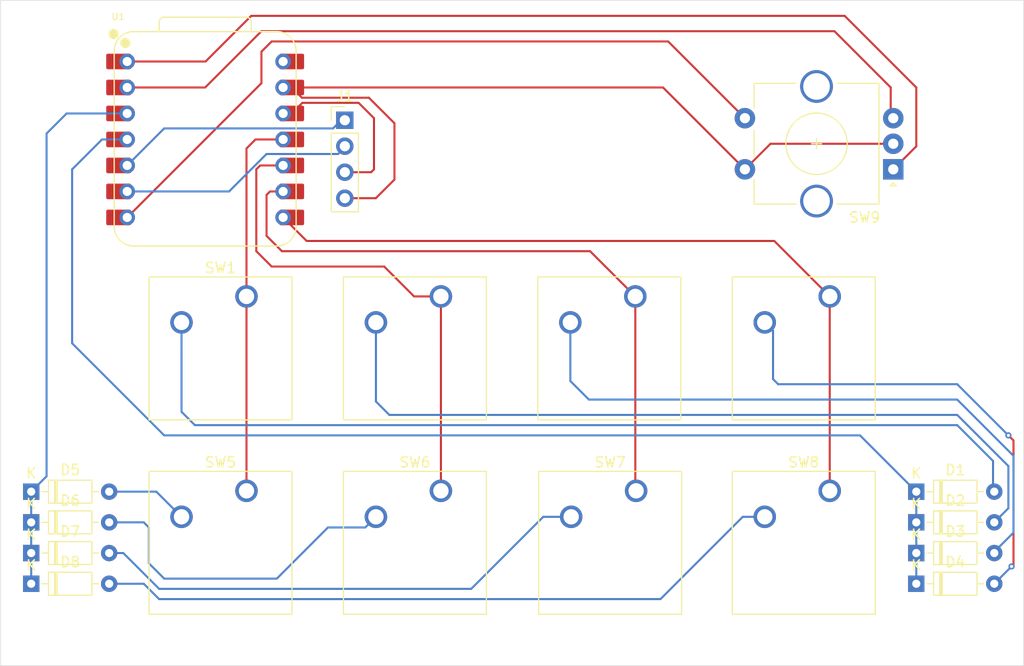
<source format=kicad_pcb>
(kicad_pcb (version 20240108) (generator "pcbnew") (generator_version "8.0")
  (layers (0 "F.Cu" signal) (31 "B.Cu" signal) (34 "B.Paste" user) (35 "F.Paste" user) (36 "B.SilkS" user "B.Silkscreen") (37 "F.SilkS" user "F.Silkscreen") (38 "B.Mask" user) (39 "F.Mask" user) (44 "Edge.Cuts" user))
  (net 0 "")
  (net 1 "Row 0")
  (net 2 "Net-(D1-A)")
  (net 3 "Net-(D2-A)")
  (net 4 "Net-(D3-A)")
  (net 5 "Net-(D4-A)")
  (net 6 "Net-(D5-A)")
  (net 7 "Row 1")
  (net 8 "Net-(D6-A)")
  (net 9 "Net-(D7-A)")
  (net 10 "Net-(D8-A)")
  (net 11 "Column 0")
  (net 12 "Column 1")
  (net 13 "Column 2")
  (net 14 "Column 3")
  (net 15 "enc switch")
  (net 16 "ENC B")
  (net 17 "ENC A")
  (net 18 "GND")
  (net 20 "SCL")
  (net 21 "SDA")
  (net 22 "3v3")
  (footprint "Button_Switch_Keyboard:SW_Cherry_MX_1.00u_PCB" (layer "F.Cu") (at 128.54 109.92)
    (property "Reference" "SW3" (hide yes))
    (property "Value" "SW_Push")
    (fp_line (start -9.525 -1.905) (end 4.445 -1.905) (stroke (width 0.12)) (layer "F.SilkS"))
    (fp_line (start -9.525 12.065) (end -9.525 -1.905) (stroke (width 0.12)) (layer "F.SilkS"))
    (fp_line (start 4.445 -1.905) (end 4.445 12.065) (stroke (width 0.12)) (layer "F.SilkS"))
    (fp_line (start 4.445 12.065) (end -9.525 12.065) (stroke (width 0.12)) (layer "F.SilkS"))
    (pad "" np_thru_hole circle (at -7.62 5.08) (size 1.7 1.7) (drill 1.7) (layers "*.Cu" "*.Mask"))
    (pad "" np_thru_hole circle (at -2.54 5.08) (size 4 4) (drill 4) (layers "*.Cu" "*.Mask"))
    (pad "" np_thru_hole circle (at 2.54 5.08) (size 1.7 1.7) (drill 1.7) (layers "*.Cu" "*.Mask"))
    (pad "1" thru_hole circle (at 0 0) (size 2.2 2.2) (drill 1.5) (layers "*.Cu" "*.Mask") (net 13 "Column 2"))
    (pad "2" thru_hole circle (at -6.35 2.54) (size 2.2 2.2) (drill 1.5) (layers "*.Cu" "*.Mask") (net 4 "Net-(D3-A)"))
  )
  (footprint "Diode_THT:D_DO-35_SOD27_P7.62mm_Horizontal" (layer "F.Cu") (at 69.5 138)
    (property "Reference" "D8" (at 3.81 -2.12 0) (layer "F.SilkS"))
    (property "Value" "1N4148")
    (fp_line (start 1.04 0) (end 1.69 0) (stroke (width 0.12)) (layer "F.SilkS"))
    (fp_line (start 1.69 -1.12) (end 1.69 1.12) (stroke (width 0.12)) (layer "F.SilkS"))
    (fp_line (start 1.69 1.12) (end 5.93 1.12) (stroke (width 0.12)) (layer "F.SilkS"))
    (fp_line (start 2.29 -1.12) (end 2.29 1.12) (stroke (width 0.12)) (layer "F.SilkS"))
    (fp_line (start 2.41 -1.12) (end 2.41 1.12) (stroke (width 0.12)) (layer "F.SilkS"))
    (fp_line (start 2.53 -1.12) (end 2.53 1.12) (stroke (width 0.12)) (layer "F.SilkS"))
    (fp_line (start 5.93 -1.12) (end 1.69 -1.12) (stroke (width 0.12)) (layer "F.SilkS"))
    (fp_line (start 5.93 1.12) (end 5.93 -1.12) (stroke (width 0.12)) (layer "F.SilkS"))
    (fp_line (start 6.58 0) (end 5.93 0) (stroke (width 0.12)) (layer "F.SilkS"))
    (fp_text user "K" (at 0 -1.8 0) (layer "F.SilkS"))
    (pad "1" thru_hole rect (at 0 0) (size 1.6 1.6) (drill 0.8) (layers "*.Cu" "*.Mask") (net 7 "Row 1"))
    (pad "2" thru_hole oval (at 7.62 0) (size 1.6 1.6) (drill 0.8) (layers "*.Cu" "*.Mask") (net 10 "Net-(D8-A)"))
  )
  (footprint "Rotary_Encoder:RotaryEncoder_Alps_EC11E-Switch_Vertical_H20mm_CircularMountingHoles" (layer "F.Cu") (at 153.75 97.5 180)
    (property "Reference" "SW9" (at 2.8 -4.7 0) (layer "F.SilkS"))
    (property "Value" "RotaryEncoder_Switch")
    (fp_line (start 13.6 8.4) (end 9.5 8.4) (stroke (width 0.12)) (layer "F.SilkS"))
    (fp_line (start 13.6 6) (end 13.6 8.4) (stroke (width 0.12)) (layer "F.SilkS"))
    (fp_line (start 13.6 1.2) (end 13.6 3.8) (stroke (width 0.12)) (layer "F.SilkS"))
    (fp_line (start 13.6 -3.4) (end 13.6 -1) (stroke (width 0.12)) (layer "F.SilkS"))
    (fp_line (start 9.5 -3.4) (end 13.6 -3.4) (stroke (width 0.12)) (layer "F.SilkS"))
    (fp_line (start 7.5 2) (end 7.5 3) (stroke (width 0.12)) (layer "F.SilkS"))
    (fp_line (start 7 2.5) (end 8 2.5) (stroke (width 0.12)) (layer "F.SilkS"))
    (fp_line (start 5.5 8.4) (end 1.4 8.4) (stroke (width 0.12)) (layer "F.SilkS"))
    (fp_line (start 5.5 -3.4) (end 1.4 -3.4) (stroke (width 0.12)) (layer "F.SilkS"))
    (fp_line (start 1.4 -3.4) (end 1.4 8.4) (stroke (width 0.12)) (layer "F.SilkS"))
    (fp_line (start 0.3 -1.6) (end 0 -1.3) (stroke (width 0.12)) (layer "F.SilkS"))
    (fp_line (start 0 -1.3) (end -0.3 -1.6) (stroke (width 0.12)) (layer "F.SilkS"))
    (fp_line (start -0.3 -1.6) (end 0.3 -1.6) (stroke (width 0.12)) (layer "F.SilkS"))
    (fp_circle (center 7.5 2.5) (end 10.5 2.5) (stroke (width 0.12)) (fill none) (layer "F.SilkS"))
    (pad "A" thru_hole rect (at 0 0 180) (size 2 2) (drill 1) (layers "*.Cu" "*.Mask") (net 17 "ENC A"))
    (pad "B" thru_hole circle (at 0 5 180) (size 2 2) (drill 1) (layers "*.Cu" "*.Mask") (net 16 "ENC B"))
    (pad "C" thru_hole circle (at 0 2.5 180) (size 2 2) (drill 1) (layers "*.Cu" "*.Mask") (net 18 "GND"))
    (pad "MP" thru_hole circle (at 7.5 -3.1 180) (size 3.2 3.2) (drill 2.6) (layers "*.Cu" "*.Mask"))
    (pad "MP" thru_hole circle (at 7.5 8.1 180) (size 3.2 3.2) (drill 2.6) (layers "*.Cu" "*.Mask"))
    (pad "S1" thru_hole circle (at 14.5 5 180) (size 2 2) (drill 1) (layers "*.Cu" "*.Mask") (net 15 "enc switch"))
    (pad "S2" thru_hole circle (at 14.5 0 180) (size 2 2) (drill 1) (layers "*.Cu" "*.Mask") (net 18 "GND"))
  )
  (footprint "Button_Switch_Keyboard:SW_Cherry_MX_1.00u_PCB" (layer "F.Cu") (at 147.54 128.92)
    (property "Reference" "SW8" (at -2.54 -2.794 0) (layer "F.SilkS"))
    (property "Value" "SW_Push")
    (fp_line (start -9.525 -1.905) (end 4.445 -1.905) (stroke (width 0.12)) (layer "F.SilkS"))
    (fp_line (start -9.525 12.065) (end -9.525 -1.905) (stroke (width 0.12)) (layer "F.SilkS"))
    (fp_line (start 4.445 -1.905) (end 4.445 12.065) (stroke (width 0.12)) (layer "F.SilkS"))
    (fp_line (start 4.445 12.065) (end -9.525 12.065) (stroke (width 0.12)) (layer "F.SilkS"))
    (pad "" np_thru_hole circle (at -7.62 5.08) (size 1.7 1.7) (drill 1.7) (layers "*.Cu" "*.Mask"))
    (pad "" np_thru_hole circle (at -2.54 5.08) (size 4 4) (drill 4) (layers "*.Cu" "*.Mask"))
    (pad "" np_thru_hole circle (at 2.54 5.08) (size 1.7 1.7) (drill 1.7) (layers "*.Cu" "*.Mask"))
    (pad "1" thru_hole circle (at 0 0) (size 2.2 2.2) (drill 1.5) (layers "*.Cu" "*.Mask") (net 14 "Column 3"))
    (pad "2" thru_hole circle (at -6.35 2.54) (size 2.2 2.2) (drill 1.5) (layers "*.Cu" "*.Mask") (net 10 "Net-(D8-A)"))
  )
  (footprint "Diode_THT:D_DO-35_SOD27_P7.62mm_Horizontal" (layer "F.Cu") (at 156 138)
    (property "Reference" "D4" (at 3.81 -2.12 0) (layer "F.SilkS"))
    (property "Value" "1N4148")
    (fp_line (start 1.04 0) (end 1.69 0) (stroke (width 0.12)) (layer "F.SilkS"))
    (fp_line (start 1.69 -1.12) (end 1.69 1.12) (stroke (width 0.12)) (layer "F.SilkS"))
    (fp_line (start 1.69 1.12) (end 5.93 1.12) (stroke (width 0.12)) (layer "F.SilkS"))
    (fp_line (start 2.29 -1.12) (end 2.29 1.12) (stroke (width 0.12)) (layer "F.SilkS"))
    (fp_line (start 2.41 -1.12) (end 2.41 1.12) (stroke (width 0.12)) (layer "F.SilkS"))
    (fp_line (start 2.53 -1.12) (end 2.53 1.12) (stroke (width 0.12)) (layer "F.SilkS"))
    (fp_line (start 5.93 -1.12) (end 1.69 -1.12) (stroke (width 0.12)) (layer "F.SilkS"))
    (fp_line (start 5.93 1.12) (end 5.93 -1.12) (stroke (width 0.12)) (layer "F.SilkS"))
    (fp_line (start 6.58 0) (end 5.93 0) (stroke (width 0.12)) (layer "F.SilkS"))
    (fp_text user "K" (at 0 -1.8 0) (layer "F.SilkS"))
    (pad "1" thru_hole rect (at 0 0) (size 1.6 1.6) (drill 0.8) (layers "*.Cu" "*.Mask") (net 1 "Row 0"))
    (pad "2" thru_hole oval (at 7.62 0) (size 1.6 1.6) (drill 0.8) (layers "*.Cu" "*.Mask") (net 5 "Net-(D4-A)"))
  )
  (footprint "Button_Switch_Keyboard:SW_Cherry_MX_1.00u_PCB" (layer "F.Cu") (at 147.54 109.92)
    (property "Reference" "SW4" (hide yes))
    (property "Value" "SW_Push")
    (fp_line (start -9.525 -1.905) (end 4.445 -1.905) (stroke (width 0.12)) (layer "F.SilkS"))
    (fp_line (start -9.525 12.065) (end -9.525 -1.905) (stroke (width 0.12)) (layer "F.SilkS"))
    (fp_line (start 4.445 -1.905) (end 4.445 12.065) (stroke (width 0.12)) (layer "F.SilkS"))
    (fp_line (start 4.445 12.065) (end -9.525 12.065) (stroke (width 0.12)) (layer "F.SilkS"))
    (pad "" np_thru_hole circle (at -7.62 5.08) (size 1.7 1.7) (drill 1.7) (layers "*.Cu" "*.Mask"))
    (pad "" np_thru_hole circle (at -2.54 5.08) (size 4 4) (drill 4) (layers "*.Cu" "*.Mask"))
    (pad "" np_thru_hole circle (at 2.54 5.08) (size 1.7 1.7) (drill 1.7) (layers "*.Cu" "*.Mask"))
    (pad "1" thru_hole circle (at 0 0) (size 2.2 2.2) (drill 1.5) (layers "*.Cu" "*.Mask") (net 14 "Column 3"))
    (pad "2" thru_hole circle (at -6.35 2.54) (size 2.2 2.2) (drill 1.5) (layers "*.Cu" "*.Mask") (net 5 "Net-(D4-A)"))
  )
  (footprint "Seeed Studio XIAO Series Library:XIAO-RP2040-DIP" (layer "F.Cu") (at 86.5 94.58)
    (property "Reference" "U1" (at -8.5 -12 0) (layer "F.SilkS") (effects (font (size 0.635 0.635) (thickness 0.1016))))
    (property "Value" "Seeed Studio XIAO SAMD21")
    (fp_line (start -8.89 8.509) (end -8.89 -8.636) (stroke (width 0.127)) (layer "F.SilkS"))
    (fp_line (start -6.985 10.414) (end 6.985 10.414) (stroke (width 0.127)) (layer "F.SilkS"))
    (fp_line (start -4.495 -10.541) (end -4.491272 -11.451272) (stroke (width 0.127)) (layer "F.SilkS"))
    (fp_line (start -3.991272 -11.951) (end 4.004 -11.951) (stroke (width 0.127)) (layer "F.SilkS"))
    (fp_line (start 4.504 -11.451) (end 4.504 -10.541) (stroke (width 0.127)) (layer "F.SilkS"))
    (fp_line (start 6.985 -10.541) (end -6.985 -10.541) (stroke (width 0.1)) (layer "F.SilkS"))
    (fp_line (start 6.985 -10.541) (end -6.985 -10.541) (stroke (width 0.127)) (layer "F.SilkS"))
    (fp_line (start 8.89 8.509) (end 8.89 -8.636) (stroke (width 0.127)) (layer "F.SilkS"))
    (fp_arc (start -8.89 -8.636) (mid -8.332038 -9.983038) (end -6.985 -10.541) (stroke (width 0.127)) (layer "F.SilkS"))
    (fp_arc (start -6.985 10.414) (mid -8.332038 9.856038) (end -8.89 8.509) (stroke (width 0.127)) (layer "F.SilkS"))
    (fp_arc (start -4.491272 -11.451272) (mid -4.344724 -11.804644) (end -3.991272 -11.951) (stroke (width 0.127)) (layer "F.SilkS"))
    (fp_arc (start 4.004 -11.951) (mid 4.357553 -11.804553) (end 4.504 -11.451) (stroke (width 0.127)) (layer "F.SilkS"))
    (fp_arc (start 6.985 -10.541) (mid 8.332038 -9.983038) (end 8.89 -8.636) (stroke (width 0.127)) (layer "F.SilkS"))
    (fp_arc (start 8.89 8.509) (mid 8.332038 9.856038) (end 6.985 10.414) (stroke (width 0.127)) (layer "F.SilkS"))
    (fp_circle (center -8.95 -10.3) (end -8.95 -10.554) (stroke (width 0.5)) (fill solid) (layer "F.SilkS"))
    (fp_circle (center -7.807 -9.42) (end -7.807 -9.674) (stroke (width 0.5)) (fill solid) (layer "F.SilkS"))
    (pad "1" smd roundrect (at -8.455 -7.62 180) (size 2.432 1.524) (layers "F.Cu" "F.Mask") (roundrect_rratio 0.1) (net 17 "ENC A"))
    (pad "1" thru_hole circle (at -7.62 -7.62 180) (size 1.524 1.524) (drill 0.889) (layers "*.Cu" "*.Mask") (net 17 "ENC A"))
    (pad "2" smd roundrect (at -8.455 -5.08 180) (size 2.432 1.524) (layers "F.Cu" "F.Mask") (roundrect_rratio 0.1) (net 16 "ENC B"))
    (pad "2" thru_hole circle (at -7.62 -5.08 180) (size 1.524 1.524) (drill 0.889) (layers "*.Cu" "*.Mask") (net 16 "ENC B"))
    (pad "3" smd roundrect (at -8.455 -2.54 180) (size 2.432 1.524) (layers "F.Cu" "F.Mask") (roundrect_rratio 0.1) (net 7 "Row 1"))
    (pad "3" thru_hole circle (at -7.62 -2.54 180) (size 1.524 1.524) (drill 0.889) (layers "*.Cu" "*.Mask") (net 7 "Row 1"))
    (pad "4" smd roundrect (at -8.455 0 180) (size 2.432 1.524) (layers "F.Cu" "F.Mask") (roundrect_rratio 0.1) (net 1 "Row 0"))
    (pad "4" thru_hole circle (at -7.62 0 180) (size 1.524 1.524) (drill 0.889) (layers "*.Cu" "*.Mask") (net 1 "Row 0"))
    (pad "5" smd roundrect (at -8.455 2.54 180) (size 2.432 1.524) (layers "F.Cu" "F.Mask") (roundrect_rratio 0.1) (net 21 "SDA"))
    (pad "5" thru_hole circle (at -7.62 2.54 180) (size 1.524 1.524) (drill 0.889) (layers "*.Cu" "*.Mask") (net 21 "SDA"))
    (pad "6" smd roundrect (at -8.455 5.08 180) (size 2.432 1.524) (layers "F.Cu" "F.Mask") (roundrect_rratio 0.1) (net 20 "SCL"))
    (pad "6" thru_hole circle (at -7.62 5.08 180) (size 1.524 1.524) (drill 0.889) (layers "*.Cu" "*.Mask") (net 20 "SCL"))
    (pad "7" smd roundrect (at -8.455 7.62 180) (size 2.432 1.524) (layers "F.Cu" "F.Mask") (roundrect_rratio 0.1) (net 15 "enc switch"))
    (pad "7" thru_hole circle (at -7.62 7.62 180) (size 1.524 1.524) (drill 0.889) (layers "*.Cu" "*.Mask") (net 15 "enc switch"))
    (pad "8" thru_hole circle (at 7.62 7.62) (size 1.524 1.524) (drill 0.889) (layers "*.Cu" "*.Mask") (net 14 "Column 3"))
    (pad "8" smd roundrect (at 8.455 7.62) (size 2.432 1.524) (layers "F.Cu" "F.Mask") (roundrect_rratio 0.1) (net 14 "Column 3"))
    (pad "9" thru_hole circle (at 7.62 5.08) (size 1.524 1.524) (drill 0.889) (layers "*.Cu" "*.Mask") (net 13 "Column 2"))
    (pad "9" smd roundrect (at 8.455 5.08) (size 2.432 1.524) (layers "F.Cu" "F.Mask") (roundrect_rratio 0.1) (net 13 "Column 2"))
    (pad "10" thru_hole circle (at 7.62 2.54) (size 1.524 1.524) (drill 0.889) (layers "*.Cu" "*.Mask") (net 12 "Column 1"))
    (pad "10" smd roundrect (at 8.455 2.54) (size 2.432 1.524) (layers "F.Cu" "F.Mask") (roundrect_rratio 0.1) (net 12 "Column 1"))
    (pad "11" thru_hole circle (at 7.62 0) (size 1.524 1.524) (drill 0.889) (layers "*.Cu" "*.Mask") (net 11 "Column 0"))
    (pad "11" smd roundrect (at 8.455 0) (size 2.432 1.524) (layers "F.Cu" "F.Mask") (roundrect_rratio 0.1) (net 11 "Column 0"))
    (pad "12" thru_hole circle (at 7.62 -2.54) (size 1.524 1.524) (drill 0.889) (layers "*.Cu" "*.Mask") (net 22 "3v3"))
    (pad "12" smd roundrect (at 8.455 -2.54) (size 2.432 1.524) (layers "F.Cu" "F.Mask") (roundrect_rratio 0.1) (net 22 "3v3"))
    (pad "13" thru_hole circle (at 7.62 -5.08) (size 1.524 1.524) (drill 0.889) (layers "*.Cu" "*.Mask") (net 18 "GND"))
    (pad "13" smd roundrect (at 8.455 -5.08) (size 2.432 1.524) (layers "F.Cu" "F.Mask") (roundrect_rratio 0.1) (net 18 "GND"))
    (pad "14" thru_hole circle (at 7.62 -7.62) (size 1.524 1.524) (drill 0.889) (layers "*.Cu" "*.Mask"))
    (pad "14" smd roundrect (at 8.455 -7.62) (size 2.432 1.524) (layers "F.Cu" "F.Mask") (roundrect_rratio 0.1))
  )
  (footprint "Button_Switch_Keyboard:SW_Cherry_MX_1.00u_PCB" (layer "F.Cu") (at 109.54 128.92)
    (property "Reference" "SW6" (at -2.54 -2.794 0) (layer "F.SilkS"))
    (property "Value" "SW_Push")
    (fp_line (start -9.525 -1.905) (end 4.445 -1.905) (stroke (width 0.12)) (layer "F.SilkS"))
    (fp_line (start -9.525 12.065) (end -9.525 -1.905) (stroke (width 0.12)) (layer "F.SilkS"))
    (fp_line (start 4.445 -1.905) (end 4.445 12.065) (stroke (width 0.12)) (layer "F.SilkS"))
    (fp_line (start 4.445 12.065) (end -9.525 12.065) (stroke (width 0.12)) (layer "F.SilkS"))
    (pad "" np_thru_hole circle (at -7.62 5.08) (size 1.7 1.7) (drill 1.7) (layers "*.Cu" "*.Mask"))
    (pad "" np_thru_hole circle (at -2.54 5.08) (size 4 4) (drill 4) (layers "*.Cu" "*.Mask"))
    (pad "" np_thru_hole circle (at 2.54 5.08) (size 1.7 1.7) (drill 1.7) (layers "*.Cu" "*.Mask"))
    (pad "1" thru_hole circle (at 0 0) (size 2.2 2.2) (drill 1.5) (layers "*.Cu" "*.Mask") (net 12 "Column 1"))
    (pad "2" thru_hole circle (at -6.35 2.54) (size 2.2 2.2) (drill 1.5) (layers "*.Cu" "*.Mask") (net 8 "Net-(D6-A)"))
  )
  (footprint "Diode_THT:D_DO-35_SOD27_P7.62mm_Horizontal" (layer "F.Cu") (at 156 129)
    (property "Reference" "D1" (at 3.81 -2.12 0) (layer "F.SilkS"))
    (property "Value" "1N4148")
    (fp_line (start 1.04 0) (end 1.69 0) (stroke (width 0.12)) (layer "F.SilkS"))
    (fp_line (start 1.69 -1.12) (end 1.69 1.12) (stroke (width 0.12)) (layer "F.SilkS"))
    (fp_line (start 1.69 1.12) (end 5.93 1.12) (stroke (width 0.12)) (layer "F.SilkS"))
    (fp_line (start 2.29 -1.12) (end 2.29 1.12) (stroke (width 0.12)) (layer "F.SilkS"))
    (fp_line (start 2.41 -1.12) (end 2.41 1.12) (stroke (width 0.12)) (layer "F.SilkS"))
    (fp_line (start 2.53 -1.12) (end 2.53 1.12) (stroke (width 0.12)) (layer "F.SilkS"))
    (fp_line (start 5.93 -1.12) (end 1.69 -1.12) (stroke (width 0.12)) (layer "F.SilkS"))
    (fp_line (start 5.93 1.12) (end 5.93 -1.12) (stroke (width 0.12)) (layer "F.SilkS"))
    (fp_line (start 6.58 0) (end 5.93 0) (stroke (width 0.12)) (layer "F.SilkS"))
    (fp_text user "K" (at 0 -1.8 0) (layer "F.SilkS"))
    (pad "1" thru_hole rect (at 0 0) (size 1.6 1.6) (drill 0.8) (layers "*.Cu" "*.Mask") (net 1 "Row 0"))
    (pad "2" thru_hole oval (at 7.62 0) (size 1.6 1.6) (drill 0.8) (layers "*.Cu" "*.Mask") (net 2 "Net-(D1-A)"))
  )
  (footprint "Diode_THT:D_DO-35_SOD27_P7.62mm_Horizontal" (layer "F.Cu") (at 69.5 135)
    (property "Reference" "D7" (at 3.81 -2.12 0) (layer "F.SilkS"))
    (property "Value" "1N4148")
    (fp_line (start 1.04 0) (end 1.69 0) (stroke (width 0.12)) (layer "F.SilkS"))
    (fp_line (start 1.69 -1.12) (end 1.69 1.12) (stroke (width 0.12)) (layer "F.SilkS"))
    (fp_line (start 1.69 1.12) (end 5.93 1.12) (stroke (width 0.12)) (layer "F.SilkS"))
    (fp_line (start 2.29 -1.12) (end 2.29 1.12) (stroke (width 0.12)) (layer "F.SilkS"))
    (fp_line (start 2.41 -1.12) (end 2.41 1.12) (stroke (width 0.12)) (layer "F.SilkS"))
    (fp_line (start 2.53 -1.12) (end 2.53 1.12) (stroke (width 0.12)) (layer "F.SilkS"))
    (fp_line (start 5.93 -1.12) (end 1.69 -1.12) (stroke (width 0.12)) (layer "F.SilkS"))
    (fp_line (start 5.93 1.12) (end 5.93 -1.12) (stroke (width 0.12)) (layer "F.SilkS"))
    (fp_line (start 6.58 0) (end 5.93 0) (stroke (width 0.12)) (layer "F.SilkS"))
    (fp_text user "K" (at 0 -1.8 0) (layer "F.SilkS"))
    (pad "1" thru_hole rect (at 0 0) (size 1.6 1.6) (drill 0.8) (layers "*.Cu" "*.Mask") (net 7 "Row 1"))
    (pad "2" thru_hole oval (at 7.62 0) (size 1.6 1.6) (drill 0.8) (layers "*.Cu" "*.Mask") (net 9 "Net-(D7-A)"))
  )
  (footprint "custom:oled screen 128x32" (layer "F.Cu") (at 100.15 92.7)
    (property "Reference" "J1" (at 0 -2.33 0) (layer "F.SilkS"))
    (property "Value" "OLED_screen_-_128x32")
    (fp_line (start -1.33 -1.33) (end 0 -1.33) (stroke (width 0.12)) (layer "F.SilkS"))
    (fp_line (start -1.33 0) (end -1.33 -1.33) (stroke (width 0.12)) (layer "F.SilkS"))
    (fp_line (start -1.33 1.27) (end -1.33 8.95) (stroke (width 0.12)) (layer "F.SilkS"))
    (fp_line (start -1.33 1.27) (end 1.33 1.27) (stroke (width 0.12)) (layer "F.SilkS"))
    (fp_line (start -1.33 8.95) (end 1.33 8.95) (stroke (width 0.12)) (layer "F.SilkS"))
    (fp_line (start 1.33 1.27) (end 1.33 8.95) (stroke (width 0.12)) (layer "F.SilkS"))
    (pad "1" thru_hole rect (at 0 0) (size 1.7 1.7) (drill 1) (layers "*.Cu" "*.Mask"))
    (pad "2" thru_hole oval (at 0 2.54) (size 1.7 1.7) (drill 1) (layers "*.Cu" "*.Mask"))
    (pad "3" thru_hole oval (at 0 5.08) (size 1.7 1.7) (drill 1) (layers "*.Cu" "*.Mask"))
    (pad "4" thru_hole oval (at 0 7.62) (size 1.7 1.7) (drill 1) (layers "*.Cu" "*.Mask"))
  )
  (footprint "Button_Switch_Keyboard:SW_Cherry_MX_1.00u_PCB" (layer "F.Cu") (at 109.54 109.92)
    (property "Reference" "SW2" (hide yes))
    (property "Value" "SW_Push")
    (fp_line (start -9.525 -1.905) (end 4.445 -1.905) (stroke (width 0.12)) (layer "F.SilkS"))
    (fp_line (start -9.525 12.065) (end -9.525 -1.905) (stroke (width 0.12)) (layer "F.SilkS"))
    (fp_line (start 4.445 -1.905) (end 4.445 12.065) (stroke (width 0.12)) (layer "F.SilkS"))
    (fp_line (start 4.445 12.065) (end -9.525 12.065) (stroke (width 0.12)) (layer "F.SilkS"))
    (pad "" np_thru_hole circle (at -7.62 5.08) (size 1.7 1.7) (drill 1.7) (layers "*.Cu" "*.Mask"))
    (pad "" np_thru_hole circle (at -2.54 5.08) (size 4 4) (drill 4) (layers "*.Cu" "*.Mask"))
    (pad "" np_thru_hole circle (at 2.54 5.08) (size 1.7 1.7) (drill 1.7) (layers "*.Cu" "*.Mask"))
    (pad "1" thru_hole circle (at 0 0) (size 2.2 2.2) (drill 1.5) (layers "*.Cu" "*.Mask") (net 12 "Column 1"))
    (pad "2" thru_hole circle (at -6.35 2.54) (size 2.2 2.2) (drill 1.5) (layers "*.Cu" "*.Mask") (net 3 "Net-(D2-A)"))
  )
  (footprint "Button_Switch_Keyboard:SW_Cherry_MX_1.00u_PCB" (layer "F.Cu") (at 90.54 109.92)
    (property "Reference" "SW1" (at -2.54 -2.794 0) (layer "F.SilkS"))
    (property "Value" "SW_Push")
    (fp_line (start -9.525 -1.905) (end 4.445 -1.905) (stroke (width 0.12)) (layer "F.SilkS"))
    (fp_line (start -9.525 12.065) (end -9.525 -1.905) (stroke (width 0.12)) (layer "F.SilkS"))
    (fp_line (start 4.445 -1.905) (end 4.445 12.065) (stroke (width 0.12)) (layer "F.SilkS"))
    (fp_line (start 4.445 12.065) (end -9.525 12.065) (stroke (width 0.12)) (layer "F.SilkS"))
    (pad "" np_thru_hole circle (at -7.62 5.08) (size 1.7 1.7) (drill 1.7) (layers "*.Cu" "*.Mask"))
    (pad "" np_thru_hole circle (at -2.54 5.08) (size 4 4) (drill 4) (layers "*.Cu" "*.Mask"))
    (pad "" np_thru_hole circle (at 2.54 5.08) (size 1.7 1.7) (drill 1.7) (layers "*.Cu" "*.Mask"))
    (pad "1" thru_hole circle (at 0 0) (size 2.2 2.2) (drill 1.5) (layers "*.Cu" "*.Mask") (net 11 "Column 0"))
    (pad "2" thru_hole circle (at -6.35 2.54) (size 2.2 2.2) (drill 1.5) (layers "*.Cu" "*.Mask") (net 2 "Net-(D1-A)"))
  )
  (footprint "Diode_THT:D_DO-35_SOD27_P7.62mm_Horizontal" (layer "F.Cu") (at 156 132)
    (property "Reference" "D2" (at 3.81 -2.12 0) (layer "F.SilkS"))
    (property "Value" "1N4148")
    (fp_line (start 1.04 0) (end 1.69 0) (stroke (width 0.12)) (layer "F.SilkS"))
    (fp_line (start 1.69 -1.12) (end 1.69 1.12) (stroke (width 0.12)) (layer "F.SilkS"))
    (fp_line (start 1.69 1.12) (end 5.93 1.12) (stroke (width 0.12)) (layer "F.SilkS"))
    (fp_line (start 2.29 -1.12) (end 2.29 1.12) (stroke (width 0.12)) (layer "F.SilkS"))
    (fp_line (start 2.41 -1.12) (end 2.41 1.12) (stroke (width 0.12)) (layer "F.SilkS"))
    (fp_line (start 2.53 -1.12) (end 2.53 1.12) (stroke (width 0.12)) (layer "F.SilkS"))
    (fp_line (start 5.93 -1.12) (end 1.69 -1.12) (stroke (width 0.12)) (layer "F.SilkS"))
    (fp_line (start 5.93 1.12) (end 5.93 -1.12) (stroke (width 0.12)) (layer "F.SilkS"))
    (fp_line (start 6.58 0) (end 5.93 0) (stroke (width 0.12)) (layer "F.SilkS"))
    (fp_text user "K" (at 0 -1.8 0) (layer "F.SilkS"))
    (pad "1" thru_hole rect (at 0 0) (size 1.6 1.6) (drill 0.8) (layers "*.Cu" "*.Mask") (net 1 "Row 0"))
    (pad "2" thru_hole oval (at 7.62 0) (size 1.6 1.6) (drill 0.8) (layers "*.Cu" "*.Mask") (net 3 "Net-(D2-A)"))
  )
  (footprint "Diode_THT:D_DO-35_SOD27_P7.62mm_Horizontal" (layer "F.Cu") (at 156 135)
    (property "Reference" "D3" (at 3.81 -2.12 0) (layer "F.SilkS"))
    (property "Value" "1N4148")
    (fp_line (start 1.04 0) (end 1.69 0) (stroke (width 0.12)) (layer "F.SilkS"))
    (fp_line (start 1.69 -1.12) (end 1.69 1.12) (stroke (width 0.12)) (layer "F.SilkS"))
    (fp_line (start 1.69 1.12) (end 5.93 1.12) (stroke (width 0.12)) (layer "F.SilkS"))
    (fp_line (start 2.29 -1.12) (end 2.29 1.12) (stroke (width 0.12)) (layer "F.SilkS"))
    (fp_line (start 2.41 -1.12) (end 2.41 1.12) (stroke (width 0.12)) (layer "F.SilkS"))
    (fp_line (start 2.53 -1.12) (end 2.53 1.12) (stroke (width 0.12)) (layer "F.SilkS"))
    (fp_line (start 5.93 -1.12) (end 1.69 -1.12) (stroke (width 0.12)) (layer "F.SilkS"))
    (fp_line (start 5.93 1.12) (end 5.93 -1.12) (stroke (width 0.12)) (layer "F.SilkS"))
    (fp_line (start 6.58 0) (end 5.93 0) (stroke (width 0.12)) (layer "F.SilkS"))
    (fp_text user "K" (at 0 -1.8 0) (layer "F.SilkS"))
    (pad "1" thru_hole rect (at 0 0) (size 1.6 1.6) (drill 0.8) (layers "*.Cu" "*.Mask") (net 1 "Row 0"))
    (pad "2" thru_hole oval (at 7.62 0) (size 1.6 1.6) (drill 0.8) (layers "*.Cu" "*.Mask") (net 4 "Net-(D3-A)"))
  )
  (footprint "Button_Switch_Keyboard:SW_Cherry_MX_1.00u_PCB" (layer "F.Cu") (at 90.54 128.92)
    (property "Reference" "SW5" (at -2.54 -2.794 0) (layer "F.SilkS"))
    (property "Value" "SW_Push")
    (fp_line (start -9.525 -1.905) (end 4.445 -1.905) (stroke (width 0.12)) (layer "F.SilkS"))
    (fp_line (start -9.525 12.065) (end -9.525 -1.905) (stroke (width 0.12)) (layer "F.SilkS"))
    (fp_line (start 4.445 -1.905) (end 4.445 12.065) (stroke (width 0.12)) (layer "F.SilkS"))
    (fp_line (start 4.445 12.065) (end -9.525 12.065) (stroke (width 0.12)) (layer "F.SilkS"))
    (pad "" np_thru_hole circle (at -7.62 5.08) (size 1.7 1.7) (drill 1.7) (layers "*.Cu" "*.Mask"))
    (pad "" np_thru_hole circle (at -2.54 5.08) (size 4 4) (drill 4) (layers "*.Cu" "*.Mask"))
    (pad "" np_thru_hole circle (at 2.54 5.08) (size 1.7 1.7) (drill 1.7) (layers "*.Cu" "*.Mask"))
    (pad "1" thru_hole circle (at 0 0) (size 2.2 2.2) (drill 1.5) (layers "*.Cu" "*.Mask") (net 11 "Column 0"))
    (pad "2" thru_hole circle (at -6.35 2.54) (size 2.2 2.2) (drill 1.5) (layers "*.Cu" "*.Mask") (net 6 "Net-(D5-A)"))
  )
  (footprint "Diode_THT:D_DO-35_SOD27_P7.62mm_Horizontal" (layer "F.Cu") (at 69.5 132)
    (property "Reference" "D6" (at 3.81 -2.12 0) (layer "F.SilkS"))
    (property "Value" "1N4148")
    (fp_line (start 1.04 0) (end 1.69 0) (stroke (width 0.12)) (layer "F.SilkS"))
    (fp_line (start 1.69 -1.12) (end 1.69 1.12) (stroke (width 0.12)) (layer "F.SilkS"))
    (fp_line (start 1.69 1.12) (end 5.93 1.12) (stroke (width 0.12)) (layer "F.SilkS"))
    (fp_line (start 2.29 -1.12) (end 2.29 1.12) (stroke (width 0.12)) (layer "F.SilkS"))
    (fp_line (start 2.41 -1.12) (end 2.41 1.12) (stroke (width 0.12)) (layer "F.SilkS"))
    (fp_line (start 2.53 -1.12) (end 2.53 1.12) (stroke (width 0.12)) (layer "F.SilkS"))
    (fp_line (start 5.93 -1.12) (end 1.69 -1.12) (stroke (width 0.12)) (layer "F.SilkS"))
    (fp_line (start 5.93 1.12) (end 5.93 -1.12) (stroke (width 0.12)) (layer "F.SilkS"))
    (fp_line (start 6.58 0) (end 5.93 0) (stroke (width 0.12)) (layer "F.SilkS"))
    (fp_text user "K" (at 0 -1.8 0) (layer "F.SilkS"))
    (pad "1" thru_hole rect (at 0 0) (size 1.6 1.6) (drill 0.8) (layers "*.Cu" "*.Mask") (net 7 "Row 1"))
    (pad "2" thru_hole oval (at 7.62 0) (size 1.6 1.6) (drill 0.8) (layers "*.Cu" "*.Mask") (net 8 "Net-(D6-A)"))
  )
  (footprint "Diode_THT:D_DO-35_SOD27_P7.62mm_Horizontal" (layer "F.Cu") (at 69.5 129)
    (property "Reference" "D5" (at 3.81 -2.12 0) (layer "F.SilkS"))
    (property "Value" "1N4148")
    (fp_line (start 1.04 0) (end 1.69 0) (stroke (width 0.12)) (layer "F.SilkS"))
    (fp_line (start 1.69 -1.12) (end 1.69 1.12) (stroke (width 0.12)) (layer "F.SilkS"))
    (fp_line (start 1.69 1.12) (end 5.93 1.12) (stroke (width 0.12)) (layer "F.SilkS"))
    (fp_line (start 2.29 -1.12) (end 2.29 1.12) (stroke (width 0.12)) (layer "F.SilkS"))
    (fp_line (start 2.41 -1.12) (end 2.41 1.12) (stroke (width 0.12)) (layer "F.SilkS"))
    (fp_line (start 2.53 -1.12) (end 2.53 1.12) (stroke (width 0.12)) (layer "F.SilkS"))
    (fp_line (start 5.93 -1.12) (end 1.69 -1.12) (stroke (width 0.12)) (layer "F.SilkS"))
    (fp_line (start 5.93 1.12) (end 5.93 -1.12) (stroke (width 0.12)) (layer "F.SilkS"))
    (fp_line (start 6.58 0) (end 5.93 0) (stroke (width 0.12)) (layer "F.SilkS"))
    (fp_text user "K" (at 0 -1.8 0) (layer "F.SilkS"))
    (pad "1" thru_hole rect (at 0 0) (size 1.6 1.6) (drill 0.8) (layers "*.Cu" "*.Mask") (net 7 "Row 1"))
    (pad "2" thru_hole oval (at 7.62 0) (size 1.6 1.6) (drill 0.8) (layers "*.Cu" "*.Mask") (net 6 "Net-(D5-A)"))
  )
  (footprint "Button_Switch_Keyboard:SW_Cherry_MX_1.00u_PCB" (layer "F.Cu") (at 128.62 128.92)
    (property "Reference" "SW7" (at -2.54 -2.794 0) (layer "F.SilkS"))
    (property "Value" "SW_Push")
    (fp_line (start -9.525 -1.905) (end 4.445 -1.905) (stroke (width 0.12)) (layer "F.SilkS"))
    (fp_line (start -9.525 12.065) (end -9.525 -1.905) (stroke (width 0.12)) (layer "F.SilkS"))
    (fp_line (start 4.445 -1.905) (end 4.445 12.065) (stroke (width 0.12)) (layer "F.SilkS"))
    (fp_line (start 4.445 12.065) (end -9.525 12.065) (stroke (width 0.12)) (layer "F.SilkS"))
    (pad "" np_thru_hole circle (at -7.62 5.08) (size 1.7 1.7) (drill 1.7) (layers "*.Cu" "*.Mask"))
    (pad "" np_thru_hole circle (at -2.54 5.08) (size 4 4) (drill 4) (layers "*.Cu" "*.Mask"))
    (pad "" np_thru_hole circle (at 2.54 5.08) (size 1.7 1.7) (drill 1.7) (layers "*.Cu" "*.Mask"))
    (pad "1" thru_hole circle (at 0 0) (size 2.2 2.2) (drill 1.5) (layers "*.Cu" "*.Mask") (net 13 "Column 2"))
    (pad "2" thru_hole circle (at -6.35 2.54) (size 2.2 2.2) (drill 1.5) (layers "*.Cu" "*.Mask") (net 9 "Net-(D7-A)"))
  )
  (gr_rect (start 66.5 81) (end 166.5 146) (stroke (width 0.05)) (fill none) (layer "Edge.Cuts"))
  (segment (start 156 132) (end 156 135) (width 0.2) (layer "B.Cu") (net 1))
  (segment (start 73.5 114.5) (end 82.5 123.5) (width 0.2) (layer "B.Cu") (net 1))
  (segment (start 73.5 97.5) (end 73.5 114.5) (width 0.2) (layer "B.Cu") (net 1))
  (segment (start 78.88 94.58) (end 76.42 94.58) (width 0.2) (layer "B.Cu") (net 1))
  (segment (start 150.5 123.5) (end 156 129) (width 0.2) (layer "B.Cu") (net 1))
  (segment (start 76.42 94.58) (end 73.5 97.5) (width 0.2) (layer "B.Cu") (net 1))
  (segment (start 156 129) (end 156 132) (width 0.2) (layer "B.Cu") (net 1))
  (segment (start 156 135) (end 156 138) (width 0.2) (layer "B.Cu") (net 1))
  (segment (start 82.5 123.5) (end 150.5 123.5) (width 0.2) (layer "B.Cu") (net 1))
  (segment (start 85.5 122.5) (end 160 122.5) (width 0.2) (layer "B.Cu") (net 2))
  (segment (start 163.5 128.88) (end 163.62 129) (width 0.2) (layer "B.Cu") (net 2))
  (segment (start 84.19 112.46) (end 84.19 121.19) (width 0.2) (layer "B.Cu") (net 2))
  (segment (start 160 122.5) (end 163.5 126) (width 0.2) (layer "B.Cu") (net 2))
  (segment (start 163.5 126) (end 163.5 128.88) (width 0.2) (layer "B.Cu") (net 2))
  (segment (start 84.19 121.19) (end 85.5 122.5) (width 0.2) (layer "B.Cu") (net 2))
  (segment (start 160 121.5) (end 165 126.5) (width 0.2) (layer "B.Cu") (net 3))
  (segment (start 165 126.5) (end 165 130.62) (width 0.2) (layer "B.Cu") (net 3))
  (segment (start 104.5 121.5) (end 160 121.5) (width 0.2) (layer "B.Cu") (net 3))
  (segment (start 103.19 112.46) (end 103.19 120.19) (width 0.2) (layer "B.Cu") (net 3))
  (segment (start 165 130.62) (end 163.62 132) (width 0.2) (layer "B.Cu") (net 3))
  (segment (start 103.19 120.19) (end 104.5 121.5) (width 0.2) (layer "B.Cu") (net 3))
  (segment (start 165.5 133) (end 163.62 134.88) (width 0.2) (layer "B.Cu") (net 4))
  (segment (start 122.19 112.46) (end 122.19 118.19) (width 0.2) (layer "B.Cu") (net 4))
  (segment (start 160 120) (end 165.5 125.5) (width 0.2) (layer "B.Cu") (net 4))
  (segment (start 124 120) (end 160 120) (width 0.2) (layer "B.Cu") (net 4))
  (segment (start 163.62 134.88) (end 163.62 135) (width 0.2) (layer "B.Cu") (net 4))
  (segment (start 122.19 118.19) (end 124 120) (width 0.2) (layer "B.Cu") (net 4))
  (segment (start 165.5 125.5) (end 165.5 133) (width 0.2) (layer "B.Cu") (net 4))
  (segment (start 165 123.5) (end 165.5 124) (width 0.2) (layer "F.Cu") (net 5))
  (segment (start 165.5 124) (end 165.5 136.12) (width 0.2) (layer "F.Cu") (net 5))
  (segment (start 165.5 136.12) (end 165.31 136.31) (width 0.2) (layer "F.Cu") (net 5))
  (via (at 165 123.5) (size 0.6) (drill 0.3) (layers "F.Cu" "B.Cu") (net 5))
  (via (at 165.31 136.31) (size 0.6) (drill 0.3) (layers "F.Cu" "B.Cu") (net 5))
  (segment (start 142 113.27) (end 142 118) (width 0.2) (layer "B.Cu") (net 5))
  (segment (start 160 118.5) (end 165 123.5) (width 0.2) (layer "B.Cu") (net 5))
  (segment (start 142.5 118.5) (end 160 118.5) (width 0.2) (layer "B.Cu") (net 5))
  (segment (start 165.31 136.31) (end 163.62 138) (width 0.2) (layer "B.Cu") (net 5))
  (segment (start 142 118) (end 142.5 118.5) (width 0.2) (layer "B.Cu") (net 5))
  (segment (start 141.19 112.46) (end 142 113.27) (width 0.2) (layer "B.Cu") (net 5))
  (segment (start 77.12 129) (end 81.73 129) (width 0.2) (layer "B.Cu") (net 6))
  (segment (start 81.73 129) (end 84.19 131.46) (width 0.2) (layer "B.Cu") (net 6))
  (segment (start 72.96 92.04) (end 71 94) (width 0.2) (layer "B.Cu") (net 7))
  (segment (start 69.5 135) (end 69.5 138) (width 0.2) (layer "B.Cu") (net 7))
  (segment (start 69.5 129) (end 69.5 132) (width 0.2) (layer "B.Cu") (net 7))
  (segment (start 78.88 92.04) (end 72.96 92.04) (width 0.2) (layer "B.Cu") (net 7))
  (segment (start 71 127.5) (end 69.5 129) (width 0.2) (layer "B.Cu") (net 7))
  (segment (start 71 94) (end 71 127.5) (width 0.2) (layer "B.Cu") (net 7))
  (segment (start 69.5 132) (end 69.5 135) (width 0.2) (layer "B.Cu") (net 7))
  (segment (start 80.5 132) (end 81 132.5) (width 0.2) (layer "B.Cu") (net 8))
  (segment (start 77.12 132) (end 80.5 132) (width 0.2) (layer "B.Cu") (net 8))
  (segment (start 93.5 137.5) (end 98.5 132.5) (width 0.2) (layer "B.Cu") (net 8))
  (segment (start 98.5 132.5) (end 102.15 132.5) (width 0.2) (layer "B.Cu") (net 8))
  (segment (start 81 136) (end 82.5 137.5) (width 0.2) (layer "B.Cu") (net 8))
  (segment (start 81 132.5) (end 81 136) (width 0.2) (layer "B.Cu") (net 8))
  (segment (start 82.5 137.5) (end 93.5 137.5) (width 0.2) (layer "B.Cu") (net 8))
  (segment (start 102.15 132.5) (end 103.19 131.46) (width 0.2) (layer "B.Cu") (net 8))
  (segment (start 78.5 135) (end 82 138.5) (width 0.2) (layer "B.Cu") (net 9))
  (segment (start 112.5 138.5) (end 119.54 131.46) (width 0.2) (layer "B.Cu") (net 9))
  (segment (start 77.12 135) (end 78.5 135) (width 0.2) (layer "B.Cu") (net 9))
  (segment (start 119.54 131.46) (end 122.27 131.46) (width 0.2) (layer "B.Cu") (net 9))
  (segment (start 82 138.5) (end 112.5 138.5) (width 0.2) (layer "B.Cu") (net 9))
  (segment (start 131 139.5) (end 139.04 131.46) (width 0.2) (layer "B.Cu") (net 10))
  (segment (start 80.5 138) (end 82 139.5) (width 0.2) (layer "B.Cu") (net 10))
  (segment (start 77.12 138) (end 80.5 138) (width 0.2) (layer "B.Cu") (net 10))
  (segment (start 82 139.5) (end 131 139.5) (width 0.2) (layer "B.Cu") (net 10))
  (segment (start 139.04 131.46) (end 141.19 131.46) (width 0.2) (layer "B.Cu") (net 10))
  (segment (start 91.42 94.58) (end 90.54 95.46) (width 0.2) (layer "F.Cu") (net 11))
  (segment (start 90.54 95.46) (end 90.54 109.92) (width 0.2) (layer "F.Cu") (net 11))
  (segment (start 90.54 109.92) (end 90.54 128.92) (width 0.2) (layer "F.Cu") (net 11))
  (segment (start 94.12 94.58) (end 91.42 94.58) (width 0.2) (layer "F.Cu") (net 11))
  (segment (start 109.54 109.92) (end 109.54 128.92) (width 0.2) (layer "F.Cu") (net 12))
  (segment (start 106.92 109.92) (end 109.54 109.92) (width 0.2) (layer "F.Cu") (net 12))
  (segment (start 91.5 97.5) (end 91.5 105.5) (width 0.2) (layer "F.Cu") (net 12))
  (segment (start 91.5 105.5) (end 93 107) (width 0.2) (layer "F.Cu") (net 12))
  (segment (start 104 107) (end 106.92 109.92) (width 0.2) (layer "F.Cu") (net 12))
  (segment (start 91.88 97.12) (end 91.5 97.5) (width 0.2) (layer "F.Cu") (net 12))
  (segment (start 94.12 97.12) (end 91.88 97.12) (width 0.2) (layer "F.Cu") (net 12))
  (segment (start 93 107) (end 104 107) (width 0.2) (layer "F.Cu") (net 12))
  (segment (start 94.12 99.66) (end 92.84 99.66) (width 0.2) (layer "F.Cu") (net 13))
  (segment (start 128.54 109.92) (end 128.54 128.84) (width 0.2) (layer "F.Cu") (net 13))
  (segment (start 128.54 128.84) (end 128.62 128.92) (width 0.2) (layer "F.Cu") (net 13))
  (segment (start 92.84 99.66) (end 92.5 100) (width 0.2) (layer "F.Cu") (net 13))
  (segment (start 92.5 104) (end 94 105.5) (width 0.2) (layer "F.Cu") (net 13))
  (segment (start 92.5 100) (end 92.5 104) (width 0.2) (layer "F.Cu") (net 13))
  (segment (start 94 105.5) (end 124.12 105.5) (width 0.2) (layer "F.Cu") (net 13))
  (segment (start 124.12 105.5) (end 128.54 109.92) (width 0.2) (layer "F.Cu") (net 13))
  (segment (start 147.54 109.92) (end 147.54 128.92) (width 0.2) (layer "F.Cu") (net 14))
  (segment (start 96.42 104.5) (end 142.12 104.5) (width 0.2) (layer "F.Cu") (net 14))
  (segment (start 142.12 104.5) (end 147.54 109.92) (width 0.2) (layer "F.Cu") (net 14))
  (segment (start 94.12 102.2) (end 96.42 104.5) (width 0.2) (layer "F.Cu") (net 14))
  (segment (start 78.88 102.2) (end 92 89.08) (width 0.2) (layer "F.Cu") (net 15))
  (segment (start 92 86) (end 93 85) (width 0.2) (layer "F.Cu") (net 15))
  (segment (start 131.75 85) (end 139.25 92.5) (width 0.2) (layer "F.Cu") (net 15))
  (segment (start 93 85) (end 131.75 85) (width 0.2) (layer "F.Cu") (net 15))
  (segment (start 92 89.08) (end 92 86) (width 0.2) (layer "F.Cu") (net 15))
  (segment (start 86.5 89.5) (end 92 84) (width 0.2) (layer "F.Cu") (net 16))
  (segment (start 153.5 92.25) (end 153.75 92.5) (width 0.2) (layer "F.Cu") (net 16))
  (segment (start 153.5 89.5) (end 153.5 92.25) (width 0.2) (layer "F.Cu") (net 16))
  (segment (start 78.88 89.5) (end 86.5 89.5) (width 0.2) (layer "F.Cu") (net 16))
  (segment (start 92 84) (end 148 84) (width 0.2) (layer "F.Cu") (net 16))
  (segment (start 148 84) (end 153.5 89.5) (width 0.2) (layer "F.Cu") (net 16))
  (segment (start 91 82.5) (end 149 82.5) (width 0.2) (layer "F.Cu") (net 17))
  (segment (start 156 89.5) (end 156 95.25) (width 0.2) (layer "F.Cu") (net 17))
  (segment (start 78.88 86.96) (end 86.54 86.96) (width 0.2) (layer "F.Cu") (net 17))
  (segment (start 156 95.25) (end 153.75 97.5) (width 0.2) (layer "F.Cu") (net 17))
  (segment (start 86.54 86.96) (end 91 82.5) (width 0.2) (layer "F.Cu") (net 17))
  (segment (start 149 82.5) (end 156 89.5) (width 0.2) (layer "F.Cu") (net 17))
  (segment (start 153.75 95) (end 141.75 95) (width 0.2) (layer "F.Cu") (net 18))
  (segment (start 141.75 95) (end 139.25 97.5) (width 0.2) (layer "F.Cu") (net 18))
  (segment (start 102.5 90.5) (end 95.955 90.5) (width 0.2) (layer "F.Cu") (net 18))
  (segment (start 105 93) (end 102.5 90.5) (width 0.2) (layer "F.Cu") (net 18))
  (segment (start 105 98.5) (end 105 93) (width 0.2) (layer "F.Cu") (net 18))
  (segment (start 95.955 90.5) (end 94.955 89.5) (width 0.2) (layer "F.Cu") (net 18))
  (segment (start 94.12 89.5) (end 131.25 89.5) (width 0.2) (layer "F.Cu") (net 18))
  (segment (start 103.18 100.32) (end 105 98.5) (width 0.2) (layer "F.Cu") (net 18))
  (segment (start 100.15 100.32) (end 103.18 100.32) (width 0.2) (layer "F.Cu") (net 18))
  (segment (start 131.25 89.5) (end 139.25 97.5) (width 0.2) (layer "F.Cu") (net 18))
  (segment (start 78.88 99.66) (end 78.045 99.66) (width 0.2) (layer "F.Cu") (net 20))
  (segment (start 78.88 99.66) (end 88.84 99.66) (width 0.2) (layer "B.Cu") (net 20))
  (segment (start 99.5 96) (end 100 95.5) (width 0.2) (layer "B.Cu") (net 20))
  (segment (start 92.5 96) (end 99.5 96) (width 0.2) (layer "B.Cu") (net 20))
  (segment (start 88.84 99.66) (end 92.5 96) (width 0.2) (layer "B.Cu") (net 20))
  (segment (start 99 93.5) (end 99.5 93) (width 0.2) (layer "B.Cu") (net 21))
  (segment (start 78.88 97.12) (end 82.5 93.5) (width 0.2) (layer "B.Cu") (net 21))
  (segment (start 82.5 93.5) (end 97.5 93.5) (width 0.2) (layer "B.Cu") (net 21))
  (segment (start 97.5 93.5) (end 99 93.5) (width 0.2) (layer "B.Cu") (net 21))
  (segment (start 103 97.5) (end 103 92.5) (width 0.2) (layer "F.Cu") (net 22))
  (segment (start 101.5 91) (end 95.995 91) (width 0.2) (layer "F.Cu") (net 22))
  (segment (start 102.72 97.78) (end 103 97.5) (width 0.2) (layer "F.Cu") (net 22))
  (segment (start 95.995 91) (end 94.955 92.04) (width 0.2) (layer "F.Cu") (net 22))
  (segment (start 100.15 97.78) (end 102.72 97.78) (width 0.2) (layer "F.Cu") (net 22))
  (segment (start 103 92.5) (end 101.5 91) (width 0.2) (layer "F.Cu") (net 22))
)
</source>
